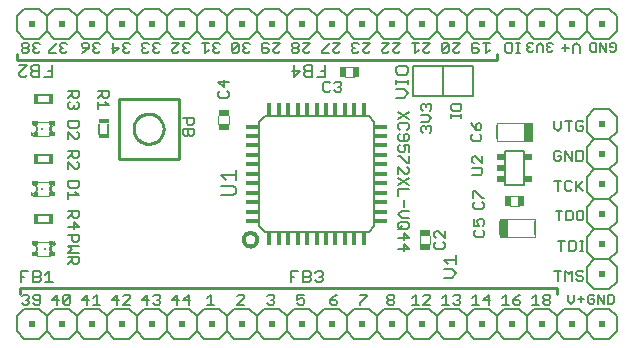
<source format=gto>
G75*
G70*
%OFA0B0*%
%FSLAX24Y24*%
%IPPOS*%
%LPD*%
%AMOC8*
5,1,8,0,0,1.08239X$1,22.5*
%
%ADD10C,0.0050*%
%ADD11C,0.0070*%
%ADD12C,0.0100*%
%ADD13C,0.0080*%
%ADD14C,0.0120*%
%ADD15C,0.0060*%
%ADD16R,0.0200X0.0200*%
%ADD17R,0.0374X0.0197*%
%ADD18R,0.0374X0.0197*%
%ADD19C,0.0040*%
%ADD20R,0.0197X0.0374*%
%ADD21R,0.0197X0.0374*%
%ADD22R,0.0079X0.0472*%
%ADD23R,0.0256X0.0591*%
%ADD24C,0.0086*%
%ADD25R,0.0340X0.0160*%
%ADD26R,0.0197X0.0128*%
%ADD27R,0.0098X0.0059*%
%ADD28R,0.0069X0.0157*%
%ADD29R,0.0079X0.0079*%
%ADD30R,0.0118X0.0118*%
%ADD31R,0.0030X0.0128*%
%ADD32R,0.0160X0.0340*%
%ADD33R,0.0256X0.0197*%
%ADD34R,0.0157X0.0472*%
%ADD35R,0.0472X0.0157*%
%ADD36C,0.0079*%
D10*
X003418Y001786D02*
X003359Y001845D01*
X003418Y001786D02*
X003534Y001786D01*
X003593Y001845D01*
X003593Y001903D01*
X003534Y001961D01*
X003476Y001961D01*
X003534Y001961D02*
X003593Y002020D01*
X003593Y002078D01*
X003534Y002137D01*
X003418Y002137D01*
X003359Y002078D01*
X003728Y002078D02*
X003786Y002137D01*
X003903Y002137D01*
X003961Y002078D01*
X003961Y001845D01*
X003903Y001786D01*
X003786Y001786D01*
X003728Y001845D01*
X003786Y001961D02*
X003961Y001961D01*
X003786Y001961D02*
X003728Y002020D01*
X003728Y002078D01*
X004359Y001961D02*
X004593Y001961D01*
X004728Y001845D02*
X004728Y002078D01*
X004786Y002137D01*
X004903Y002137D01*
X004961Y002078D01*
X004728Y001845D01*
X004786Y001786D01*
X004903Y001786D01*
X004961Y001845D01*
X004961Y002078D01*
X004534Y002137D02*
X004359Y001961D01*
X004534Y001786D02*
X004534Y002137D01*
X005359Y001961D02*
X005593Y001961D01*
X005728Y002020D02*
X005844Y002137D01*
X005844Y001786D01*
X005728Y001786D02*
X005961Y001786D01*
X005534Y001786D02*
X005534Y002137D01*
X005359Y001961D01*
X006359Y001961D02*
X006593Y001961D01*
X006728Y002078D02*
X006786Y002137D01*
X006903Y002137D01*
X006961Y002078D01*
X006961Y002020D01*
X006728Y001786D01*
X006961Y001786D01*
X006534Y001786D02*
X006534Y002137D01*
X006359Y001961D01*
X007359Y001961D02*
X007593Y001961D01*
X007728Y001845D02*
X007786Y001786D01*
X007903Y001786D01*
X007961Y001845D01*
X007961Y001903D01*
X007903Y001961D01*
X007844Y001961D01*
X007903Y001961D02*
X007961Y002020D01*
X007961Y002078D01*
X007903Y002137D01*
X007786Y002137D01*
X007728Y002078D01*
X007534Y002137D02*
X007359Y001961D01*
X007534Y001786D02*
X007534Y002137D01*
X008359Y001961D02*
X008593Y001961D01*
X008728Y001961D02*
X008961Y001961D01*
X008903Y001786D02*
X008903Y002137D01*
X008728Y001961D01*
X008534Y001786D02*
X008534Y002137D01*
X008359Y001961D01*
X009528Y002020D02*
X009644Y002137D01*
X009644Y001786D01*
X009528Y001786D02*
X009761Y001786D01*
X010528Y001786D02*
X010761Y002020D01*
X010761Y002078D01*
X010703Y002137D01*
X010586Y002137D01*
X010528Y002078D01*
X010528Y001786D02*
X010761Y001786D01*
X011528Y001845D02*
X011586Y001786D01*
X011703Y001786D01*
X011761Y001845D01*
X011761Y001903D01*
X011703Y001961D01*
X011644Y001961D01*
X011703Y001961D02*
X011761Y002020D01*
X011761Y002078D01*
X011703Y002137D01*
X011586Y002137D01*
X011528Y002078D01*
X012528Y002137D02*
X012528Y001961D01*
X012644Y002020D01*
X012703Y002020D01*
X012761Y001961D01*
X012761Y001845D01*
X012703Y001786D01*
X012586Y001786D01*
X012528Y001845D01*
X012528Y002137D02*
X012761Y002137D01*
X013628Y001961D02*
X013628Y001845D01*
X013686Y001786D01*
X013803Y001786D01*
X013861Y001845D01*
X013861Y001903D01*
X013803Y001961D01*
X013628Y001961D01*
X013744Y002078D01*
X013861Y002137D01*
X014628Y002137D02*
X014861Y002137D01*
X014861Y002078D01*
X014628Y001845D01*
X014628Y001786D01*
X015528Y001845D02*
X015586Y001786D01*
X015703Y001786D01*
X015761Y001845D01*
X015761Y001903D01*
X015703Y001961D01*
X015586Y001961D01*
X015528Y002020D01*
X015528Y002078D01*
X015586Y002137D01*
X015703Y002137D01*
X015761Y002078D01*
X015761Y002020D01*
X015703Y001961D01*
X015586Y001961D02*
X015528Y001903D01*
X015528Y001845D01*
X016359Y001786D02*
X016593Y001786D01*
X016476Y001786D02*
X016476Y002137D01*
X016359Y002020D01*
X016728Y002078D02*
X016786Y002137D01*
X016903Y002137D01*
X016961Y002078D01*
X016961Y002020D01*
X016728Y001786D01*
X016961Y001786D01*
X017359Y001786D02*
X017593Y001786D01*
X017476Y001786D02*
X017476Y002137D01*
X017359Y002020D01*
X017728Y002078D02*
X017786Y002137D01*
X017903Y002137D01*
X017961Y002078D01*
X017961Y002020D01*
X017903Y001961D01*
X017961Y001903D01*
X017961Y001845D01*
X017903Y001786D01*
X017786Y001786D01*
X017728Y001845D01*
X017844Y001961D02*
X017903Y001961D01*
X018359Y002020D02*
X018476Y002137D01*
X018476Y001786D01*
X018359Y001786D02*
X018593Y001786D01*
X018903Y001786D02*
X018903Y002137D01*
X018728Y001961D01*
X018961Y001961D01*
X019359Y002020D02*
X019476Y002137D01*
X019476Y001786D01*
X019359Y001786D02*
X019593Y001786D01*
X019728Y001845D02*
X019786Y001786D01*
X019903Y001786D01*
X019961Y001845D01*
X019961Y001903D01*
X019903Y001961D01*
X019728Y001961D01*
X019728Y001845D01*
X019728Y001961D02*
X019844Y002078D01*
X019961Y002137D01*
X020359Y002020D02*
X020476Y002137D01*
X020476Y001786D01*
X020359Y001786D02*
X020593Y001786D01*
X020728Y001845D02*
X020728Y001903D01*
X020786Y001961D01*
X020903Y001961D01*
X020961Y001903D01*
X020961Y001845D01*
X020903Y001786D01*
X020786Y001786D01*
X020728Y001845D01*
X020786Y001961D02*
X020728Y002020D01*
X020728Y002078D01*
X020786Y002137D01*
X020903Y002137D01*
X020961Y002078D01*
X020961Y002020D01*
X020903Y001961D01*
X021551Y001936D02*
X021651Y001836D01*
X021751Y001936D01*
X021751Y002136D01*
X021874Y001986D02*
X022074Y001986D01*
X021974Y002086D02*
X021974Y001886D01*
X022229Y001886D02*
X022229Y002086D01*
X022279Y002136D01*
X022379Y002136D01*
X022429Y002086D01*
X022429Y001986D02*
X022329Y001986D01*
X022429Y001986D02*
X022429Y001886D01*
X022379Y001836D01*
X022279Y001836D01*
X022229Y001886D01*
X022551Y001836D02*
X022551Y002136D01*
X022751Y001836D01*
X022751Y002136D01*
X022874Y002136D02*
X023024Y002136D01*
X023074Y002086D01*
X023074Y001886D01*
X023024Y001836D01*
X022874Y001836D01*
X022874Y002136D01*
X022061Y002645D02*
X022003Y002586D01*
X021886Y002586D01*
X021828Y002645D01*
X021886Y002761D02*
X022003Y002761D01*
X022061Y002703D01*
X022061Y002645D01*
X021886Y002761D02*
X021828Y002820D01*
X021828Y002878D01*
X021886Y002937D01*
X022003Y002937D01*
X022061Y002878D01*
X021693Y002937D02*
X021693Y002586D01*
X021459Y002586D02*
X021459Y002937D01*
X021576Y002820D01*
X021693Y002937D01*
X021324Y002937D02*
X021091Y002937D01*
X021208Y002937D02*
X021208Y002586D01*
X021551Y002136D02*
X021551Y001936D01*
X021582Y003586D02*
X021757Y003586D01*
X021816Y003645D01*
X021816Y003878D01*
X021757Y003937D01*
X021582Y003937D01*
X021582Y003586D01*
X021330Y003586D02*
X021330Y003937D01*
X021214Y003937D02*
X021447Y003937D01*
X021950Y003937D02*
X022067Y003937D01*
X022009Y003937D02*
X022009Y003586D01*
X022067Y003586D02*
X021950Y003586D01*
X021901Y004606D02*
X022011Y004606D01*
X022066Y004661D01*
X022066Y004881D01*
X022011Y004937D01*
X021901Y004937D01*
X021846Y004881D01*
X021846Y004661D01*
X021901Y004606D01*
X021716Y004661D02*
X021716Y004881D01*
X021661Y004937D01*
X021496Y004937D01*
X021496Y004606D01*
X021661Y004606D01*
X021716Y004661D01*
X021366Y004937D02*
X021146Y004937D01*
X021256Y004937D02*
X021256Y004606D01*
X021208Y005586D02*
X021208Y005937D01*
X021324Y005937D02*
X021091Y005937D01*
X021459Y005878D02*
X021459Y005645D01*
X021518Y005586D01*
X021634Y005586D01*
X021693Y005645D01*
X021828Y005703D02*
X022061Y005937D01*
X021828Y005937D02*
X021828Y005586D01*
X021886Y005761D02*
X022061Y005586D01*
X021693Y005878D02*
X021634Y005937D01*
X021518Y005937D01*
X021459Y005878D01*
X021459Y006586D02*
X021459Y006937D01*
X021693Y006586D01*
X021693Y006937D01*
X021828Y006937D02*
X022003Y006937D01*
X022061Y006878D01*
X022061Y006645D01*
X022003Y006586D01*
X021828Y006586D01*
X021828Y006937D01*
X021324Y006878D02*
X021266Y006937D01*
X021149Y006937D01*
X021091Y006878D01*
X021091Y006645D01*
X021149Y006586D01*
X021266Y006586D01*
X021324Y006645D01*
X021324Y006761D01*
X021208Y006761D01*
X021208Y007586D02*
X021324Y007703D01*
X021324Y007937D01*
X021459Y007937D02*
X021693Y007937D01*
X021576Y007937D02*
X021576Y007586D01*
X021828Y007645D02*
X021886Y007586D01*
X022003Y007586D01*
X022061Y007645D01*
X022061Y007761D01*
X021944Y007761D01*
X021828Y007878D02*
X021828Y007645D01*
X021828Y007878D02*
X021886Y007937D01*
X022003Y007937D01*
X022061Y007878D01*
X021208Y007586D02*
X021091Y007703D01*
X021091Y007937D01*
X018662Y007800D02*
X018662Y007683D01*
X018604Y007625D01*
X018487Y007625D01*
X018487Y007800D01*
X018545Y007858D01*
X018604Y007858D01*
X018662Y007800D01*
X018487Y007625D02*
X018370Y007741D01*
X018312Y007858D01*
X017996Y008022D02*
X017996Y008139D01*
X017996Y008081D02*
X017646Y008081D01*
X017646Y008139D02*
X017646Y008022D01*
X017704Y008268D02*
X017938Y008268D01*
X017996Y008326D01*
X017996Y008443D01*
X017938Y008501D01*
X017704Y008501D01*
X017646Y008443D01*
X017646Y008326D01*
X017704Y008268D01*
X017371Y008761D02*
X017371Y009761D01*
X018371Y009761D01*
X018371Y008761D01*
X017371Y008761D01*
X016371Y008761D01*
X016371Y009761D01*
X017371Y009761D01*
X017402Y010186D02*
X017344Y010244D01*
X017578Y010478D01*
X017519Y010536D01*
X017402Y010536D01*
X017344Y010478D01*
X017344Y010244D01*
X017402Y010186D02*
X017519Y010186D01*
X017578Y010244D01*
X017578Y010478D01*
X017712Y010536D02*
X017946Y010536D01*
X017712Y010303D01*
X017712Y010244D01*
X017771Y010186D01*
X017888Y010186D01*
X017946Y010244D01*
X018344Y010244D02*
X018344Y010478D01*
X018402Y010536D01*
X018519Y010536D01*
X018578Y010478D01*
X018519Y010361D02*
X018344Y010361D01*
X018344Y010244D02*
X018402Y010186D01*
X018519Y010186D01*
X018578Y010244D01*
X018578Y010303D01*
X018519Y010361D01*
X018712Y010536D02*
X018946Y010536D01*
X018829Y010536D02*
X018829Y010186D01*
X018946Y010303D01*
X019467Y010244D02*
X019525Y010186D01*
X019642Y010186D01*
X019700Y010244D01*
X019700Y010478D01*
X019642Y010536D01*
X019525Y010536D01*
X019467Y010478D01*
X019467Y010244D01*
X019829Y010186D02*
X019946Y010186D01*
X019888Y010186D02*
X019888Y010536D01*
X019946Y010536D02*
X019829Y010536D01*
X020201Y010486D02*
X020251Y010536D01*
X020351Y010536D01*
X020401Y010486D01*
X020523Y010436D02*
X020523Y010236D01*
X020401Y010286D02*
X020351Y010236D01*
X020251Y010236D01*
X020201Y010286D01*
X020201Y010336D01*
X020251Y010386D01*
X020201Y010436D01*
X020201Y010486D01*
X020251Y010386D02*
X020301Y010386D01*
X020523Y010436D02*
X020624Y010536D01*
X020724Y010436D01*
X020724Y010236D01*
X020846Y010286D02*
X020846Y010336D01*
X020896Y010386D01*
X020846Y010436D01*
X020846Y010486D01*
X020896Y010536D01*
X020996Y010536D01*
X021046Y010486D01*
X020946Y010386D02*
X020896Y010386D01*
X020846Y010286D02*
X020896Y010236D01*
X020996Y010236D01*
X021046Y010286D01*
X021344Y010361D02*
X021578Y010361D01*
X021712Y010420D02*
X021829Y010536D01*
X021946Y010420D01*
X021946Y010186D01*
X021712Y010186D02*
X021712Y010420D01*
X021461Y010478D02*
X021461Y010244D01*
X022301Y010286D02*
X022351Y010236D01*
X022501Y010236D01*
X022501Y010536D01*
X022351Y010536D01*
X022301Y010486D01*
X022301Y010286D01*
X022623Y010236D02*
X022623Y010536D01*
X022824Y010236D01*
X022824Y010536D01*
X022946Y010486D02*
X022946Y010386D01*
X023046Y010386D01*
X023146Y010286D02*
X023096Y010236D01*
X022996Y010236D01*
X022946Y010286D01*
X023146Y010286D02*
X023146Y010486D01*
X023096Y010536D01*
X022996Y010536D01*
X022946Y010486D01*
X018662Y007431D02*
X018604Y007490D01*
X018662Y007431D02*
X018662Y007315D01*
X018604Y007256D01*
X018370Y007256D01*
X018312Y007315D01*
X018312Y007431D01*
X018370Y007490D01*
X018404Y006738D02*
X018346Y006680D01*
X018346Y006563D01*
X018404Y006505D01*
X018346Y006370D02*
X018638Y006370D01*
X018696Y006311D01*
X018696Y006195D01*
X018638Y006136D01*
X018346Y006136D01*
X018696Y006505D02*
X018462Y006738D01*
X018404Y006738D01*
X018696Y006738D02*
X018696Y006505D01*
X018454Y005588D02*
X018688Y005355D01*
X018746Y005355D01*
X018688Y005220D02*
X018746Y005161D01*
X018746Y005045D01*
X018688Y004986D01*
X018454Y004986D01*
X018396Y005045D01*
X018396Y005161D01*
X018454Y005220D01*
X018396Y005355D02*
X018396Y005588D01*
X018454Y005588D01*
X018412Y004658D02*
X018412Y004425D01*
X018587Y004425D01*
X018529Y004541D01*
X018529Y004600D01*
X018587Y004658D01*
X018704Y004658D01*
X018762Y004600D01*
X018762Y004483D01*
X018704Y004425D01*
X018704Y004290D02*
X018762Y004231D01*
X018762Y004115D01*
X018704Y004056D01*
X018470Y004056D01*
X018412Y004115D01*
X018412Y004231D01*
X018470Y004290D01*
X017446Y004251D02*
X017446Y004018D01*
X017212Y004251D01*
X017154Y004251D01*
X017096Y004193D01*
X017096Y004076D01*
X017154Y004018D01*
X017154Y003883D02*
X017096Y003825D01*
X017096Y003708D01*
X017154Y003650D01*
X017388Y003650D01*
X017446Y003708D01*
X017446Y003825D01*
X017388Y003883D01*
X016246Y004010D02*
X016071Y004185D01*
X016071Y003951D01*
X016071Y003817D02*
X016071Y003583D01*
X015896Y003641D02*
X016246Y003641D01*
X016071Y003817D01*
X015896Y004010D02*
X016246Y004010D01*
X016188Y004320D02*
X015954Y004320D01*
X015896Y004378D01*
X015896Y004495D01*
X015954Y004553D01*
X016188Y004553D01*
X016246Y004495D01*
X016246Y004378D01*
X016188Y004320D01*
X016013Y004436D02*
X015896Y004320D01*
X016013Y004688D02*
X016246Y004688D01*
X016013Y004688D02*
X015896Y004805D01*
X016013Y004921D01*
X016246Y004921D01*
X016071Y005056D02*
X016071Y005290D01*
X015896Y005425D02*
X015896Y005658D01*
X016246Y005658D01*
X016246Y005793D02*
X015896Y006026D01*
X015896Y006161D02*
X015896Y006395D01*
X016129Y006161D01*
X016188Y006161D01*
X016246Y006220D01*
X016246Y006336D01*
X016188Y006395D01*
X016188Y006530D02*
X015954Y006763D01*
X015896Y006763D01*
X015954Y006898D02*
X015896Y006956D01*
X015896Y007073D01*
X015954Y007131D01*
X016071Y007131D02*
X016129Y007015D01*
X016129Y006956D01*
X016071Y006898D01*
X015954Y006898D01*
X016071Y007131D02*
X016246Y007131D01*
X016246Y006898D01*
X016246Y006763D02*
X016246Y006530D01*
X016188Y006530D01*
X016246Y006026D02*
X015896Y005793D01*
X015954Y007266D02*
X016188Y007266D01*
X016246Y007325D01*
X016246Y007441D01*
X016188Y007500D01*
X016129Y007500D01*
X016071Y007441D01*
X016071Y007266D01*
X015954Y007266D02*
X015896Y007325D01*
X015896Y007441D01*
X015954Y007500D01*
X015954Y007634D02*
X015896Y007693D01*
X015896Y007810D01*
X015954Y007868D01*
X016188Y007868D01*
X016246Y007810D01*
X016246Y007693D01*
X016188Y007634D01*
X016646Y007590D02*
X016646Y007706D01*
X016704Y007765D01*
X016762Y007765D01*
X016821Y007706D01*
X016879Y007765D01*
X016938Y007765D01*
X016996Y007706D01*
X016996Y007590D01*
X016938Y007531D01*
X016821Y007648D02*
X016821Y007706D01*
X016879Y007900D02*
X016646Y007900D01*
X016879Y007900D02*
X016996Y008016D01*
X016879Y008133D01*
X016646Y008133D01*
X016704Y008268D02*
X016646Y008326D01*
X016646Y008443D01*
X016704Y008501D01*
X016762Y008501D01*
X016821Y008443D01*
X016879Y008501D01*
X016938Y008501D01*
X016996Y008443D01*
X016996Y008326D01*
X016938Y008268D01*
X016821Y008385D02*
X016821Y008443D01*
X016246Y008236D02*
X015896Y008003D01*
X015896Y008236D02*
X016246Y008003D01*
X016646Y007590D02*
X016704Y007531D01*
X013998Y008945D02*
X013939Y008886D01*
X013823Y008886D01*
X013764Y008945D01*
X013629Y008945D02*
X013571Y008886D01*
X013454Y008886D01*
X013396Y008945D01*
X013396Y009178D01*
X013454Y009237D01*
X013571Y009237D01*
X013629Y009178D01*
X013764Y009178D02*
X013823Y009237D01*
X013939Y009237D01*
X013998Y009178D01*
X013998Y009120D01*
X013939Y009061D01*
X013998Y009003D01*
X013998Y008945D01*
X013939Y009061D02*
X013881Y009061D01*
X013888Y010186D02*
X013771Y010186D01*
X013712Y010244D01*
X013712Y010303D01*
X013946Y010536D01*
X013712Y010536D01*
X013578Y010536D02*
X013578Y010478D01*
X013344Y010244D01*
X013344Y010186D01*
X013578Y010186D01*
X013888Y010186D02*
X013946Y010244D01*
X014344Y010244D02*
X014402Y010186D01*
X014519Y010186D01*
X014578Y010244D01*
X014712Y010244D02*
X014771Y010186D01*
X014888Y010186D01*
X014946Y010244D01*
X014712Y010244D02*
X014712Y010303D01*
X014946Y010536D01*
X014712Y010536D01*
X014578Y010478D02*
X014519Y010536D01*
X014402Y010536D01*
X014344Y010478D01*
X014344Y010420D01*
X014402Y010361D01*
X014461Y010361D01*
X014402Y010361D02*
X014344Y010303D01*
X014344Y010244D01*
X015344Y010244D02*
X015402Y010186D01*
X015519Y010186D01*
X015578Y010244D01*
X015712Y010244D02*
X015771Y010186D01*
X015888Y010186D01*
X015946Y010244D01*
X015712Y010244D02*
X015712Y010303D01*
X015946Y010536D01*
X015712Y010536D01*
X015578Y010536D02*
X015344Y010303D01*
X015344Y010244D01*
X015344Y010536D02*
X015578Y010536D01*
X016344Y010536D02*
X016578Y010536D01*
X016461Y010536D02*
X016461Y010186D01*
X016578Y010303D01*
X016712Y010303D02*
X016712Y010244D01*
X016771Y010186D01*
X016888Y010186D01*
X016946Y010244D01*
X016712Y010303D02*
X016946Y010536D01*
X016712Y010536D01*
X012946Y010536D02*
X012712Y010303D01*
X012712Y010244D01*
X012771Y010186D01*
X012888Y010186D01*
X012946Y010244D01*
X012946Y010536D02*
X012712Y010536D01*
X012578Y010478D02*
X012578Y010420D01*
X012519Y010361D01*
X012402Y010361D01*
X012344Y010420D01*
X012344Y010478D01*
X012402Y010536D01*
X012519Y010536D01*
X012578Y010478D01*
X012519Y010361D02*
X012578Y010303D01*
X012578Y010244D01*
X012519Y010186D01*
X012402Y010186D01*
X012344Y010244D01*
X012344Y010303D01*
X012402Y010361D01*
X011946Y010244D02*
X011888Y010186D01*
X011771Y010186D01*
X011712Y010244D01*
X011712Y010303D01*
X011946Y010536D01*
X011712Y010536D01*
X011578Y010478D02*
X011519Y010536D01*
X011402Y010536D01*
X011344Y010478D01*
X011344Y010244D01*
X011402Y010186D01*
X011519Y010186D01*
X011578Y010244D01*
X011578Y010303D01*
X011519Y010361D01*
X011344Y010361D01*
X010946Y010244D02*
X010888Y010186D01*
X010771Y010186D01*
X010712Y010244D01*
X010712Y010303D01*
X010771Y010361D01*
X010712Y010420D01*
X010712Y010478D01*
X010771Y010536D01*
X010888Y010536D01*
X010946Y010478D01*
X010829Y010361D02*
X010771Y010361D01*
X010578Y010244D02*
X010519Y010186D01*
X010402Y010186D01*
X010344Y010244D01*
X010578Y010478D01*
X010519Y010536D01*
X010402Y010536D01*
X010344Y010478D01*
X010344Y010244D01*
X010578Y010244D02*
X010578Y010478D01*
X009946Y010478D02*
X009888Y010536D01*
X009771Y010536D01*
X009712Y010478D01*
X009712Y010420D01*
X009771Y010361D01*
X009829Y010361D01*
X009771Y010361D02*
X009712Y010303D01*
X009712Y010244D01*
X009771Y010186D01*
X009888Y010186D01*
X009946Y010244D01*
X009578Y010303D02*
X009461Y010186D01*
X009461Y010536D01*
X009578Y010536D02*
X009344Y010536D01*
X008946Y010478D02*
X008888Y010536D01*
X008771Y010536D01*
X008712Y010478D01*
X008712Y010420D01*
X008771Y010361D01*
X008829Y010361D01*
X008771Y010361D02*
X008712Y010303D01*
X008712Y010244D01*
X008771Y010186D01*
X008888Y010186D01*
X008946Y010244D01*
X008578Y010244D02*
X008519Y010186D01*
X008402Y010186D01*
X008344Y010244D01*
X008344Y010303D01*
X008578Y010536D01*
X008344Y010536D01*
X007946Y010478D02*
X007888Y010536D01*
X007771Y010536D01*
X007712Y010478D01*
X007712Y010420D01*
X007771Y010361D01*
X007829Y010361D01*
X007771Y010361D02*
X007712Y010303D01*
X007712Y010244D01*
X007771Y010186D01*
X007888Y010186D01*
X007946Y010244D01*
X007578Y010244D02*
X007519Y010186D01*
X007402Y010186D01*
X007344Y010244D01*
X007344Y010303D01*
X007402Y010361D01*
X007344Y010420D01*
X007344Y010478D01*
X007402Y010536D01*
X007519Y010536D01*
X007578Y010478D01*
X007461Y010361D02*
X007402Y010361D01*
X006946Y010244D02*
X006888Y010186D01*
X006771Y010186D01*
X006712Y010244D01*
X006712Y010303D01*
X006771Y010361D01*
X006712Y010420D01*
X006712Y010478D01*
X006771Y010536D01*
X006888Y010536D01*
X006946Y010478D01*
X006829Y010361D02*
X006771Y010361D01*
X006578Y010361D02*
X006344Y010361D01*
X006402Y010536D02*
X006402Y010186D01*
X006578Y010361D01*
X005946Y010244D02*
X005888Y010186D01*
X005771Y010186D01*
X005712Y010244D01*
X005712Y010303D01*
X005771Y010361D01*
X005712Y010420D01*
X005712Y010478D01*
X005771Y010536D01*
X005888Y010536D01*
X005946Y010478D01*
X005829Y010361D02*
X005771Y010361D01*
X005578Y010361D02*
X005402Y010361D01*
X005344Y010420D01*
X005344Y010478D01*
X005402Y010536D01*
X005519Y010536D01*
X005578Y010478D01*
X005578Y010361D01*
X005461Y010244D01*
X005344Y010186D01*
X004846Y010244D02*
X004788Y010186D01*
X004671Y010186D01*
X004612Y010244D01*
X004612Y010303D01*
X004671Y010361D01*
X004612Y010420D01*
X004612Y010478D01*
X004671Y010536D01*
X004788Y010536D01*
X004846Y010478D01*
X004729Y010361D02*
X004671Y010361D01*
X004478Y010478D02*
X004478Y010536D01*
X004478Y010478D02*
X004244Y010244D01*
X004244Y010186D01*
X004478Y010186D01*
X003946Y010244D02*
X003888Y010186D01*
X003771Y010186D01*
X003712Y010244D01*
X003712Y010303D01*
X003771Y010361D01*
X003712Y010420D01*
X003712Y010478D01*
X003771Y010536D01*
X003888Y010536D01*
X003946Y010478D01*
X003829Y010361D02*
X003771Y010361D01*
X003578Y010303D02*
X003578Y010244D01*
X003519Y010186D01*
X003402Y010186D01*
X003344Y010244D01*
X003344Y010303D01*
X003402Y010361D01*
X003519Y010361D01*
X003578Y010303D01*
X003519Y010361D02*
X003578Y010420D01*
X003578Y010478D01*
X003519Y010536D01*
X003402Y010536D01*
X003344Y010478D01*
X003344Y010420D01*
X003402Y010361D01*
X004896Y008936D02*
X005246Y008936D01*
X005246Y008761D01*
X005188Y008703D01*
X005071Y008703D01*
X005013Y008761D01*
X005013Y008936D01*
X005013Y008820D02*
X004896Y008703D01*
X004954Y008568D02*
X004896Y008510D01*
X004896Y008393D01*
X004954Y008334D01*
X005013Y008334D01*
X005071Y008393D01*
X005071Y008451D01*
X005071Y008393D02*
X005129Y008334D01*
X005188Y008334D01*
X005246Y008393D01*
X005246Y008510D01*
X005188Y008568D01*
X005896Y008568D02*
X005896Y008334D01*
X005896Y008451D02*
X006246Y008451D01*
X006129Y008568D01*
X006071Y008703D02*
X006013Y008761D01*
X006013Y008936D01*
X006013Y008820D02*
X005896Y008703D01*
X006071Y008703D02*
X006188Y008703D01*
X006246Y008761D01*
X006246Y008936D01*
X005896Y008936D01*
X005246Y007936D02*
X004896Y007936D01*
X004896Y007761D01*
X004954Y007703D01*
X005188Y007703D01*
X005246Y007761D01*
X005246Y007936D01*
X005188Y007568D02*
X005246Y007510D01*
X005246Y007393D01*
X005188Y007334D01*
X005129Y007334D01*
X004896Y007568D01*
X004896Y007334D01*
X004896Y006936D02*
X005246Y006936D01*
X005246Y006761D01*
X005188Y006703D01*
X005071Y006703D01*
X005013Y006761D01*
X005013Y006936D01*
X005013Y006820D02*
X004896Y006703D01*
X004896Y006568D02*
X005129Y006334D01*
X005188Y006334D01*
X005246Y006393D01*
X005246Y006510D01*
X005188Y006568D01*
X004896Y006568D02*
X004896Y006334D01*
X004896Y005936D02*
X004896Y005761D01*
X004954Y005703D01*
X005188Y005703D01*
X005246Y005761D01*
X005246Y005936D01*
X004896Y005936D01*
X004896Y005568D02*
X004896Y005334D01*
X004896Y005451D02*
X005246Y005451D01*
X005129Y005568D01*
X005013Y004936D02*
X005013Y004761D01*
X005071Y004703D01*
X005188Y004703D01*
X005246Y004761D01*
X005246Y004936D01*
X004896Y004936D01*
X005013Y004820D02*
X004896Y004703D01*
X005071Y004568D02*
X005071Y004334D01*
X004896Y004393D02*
X005246Y004393D01*
X005071Y004568D01*
X005013Y004136D02*
X005013Y003961D01*
X005071Y003903D01*
X005188Y003903D01*
X005246Y003961D01*
X005246Y004136D01*
X004896Y004136D01*
X004896Y003768D02*
X005013Y003651D01*
X004896Y003534D01*
X005246Y003534D01*
X005246Y003400D02*
X005246Y003225D01*
X005188Y003166D01*
X005071Y003166D01*
X005013Y003225D01*
X005013Y003400D01*
X005013Y003283D02*
X004896Y003166D01*
X004896Y003400D02*
X005246Y003400D01*
X005246Y003768D02*
X004896Y003768D01*
X008721Y007493D02*
X008721Y007668D01*
X009071Y007668D01*
X009071Y007493D01*
X009013Y007434D01*
X008954Y007434D01*
X008896Y007493D01*
X008896Y007668D01*
X008896Y007803D02*
X008838Y007861D01*
X008838Y008036D01*
X008721Y008036D02*
X009071Y008036D01*
X009071Y007861D01*
X009013Y007803D01*
X008896Y007803D01*
X008896Y007493D02*
X008838Y007434D01*
X008779Y007434D01*
X008721Y007493D01*
X009954Y008686D02*
X010188Y008686D01*
X010246Y008745D01*
X010246Y008861D01*
X010188Y008920D01*
X010071Y009055D02*
X010071Y009288D01*
X010246Y009230D02*
X009896Y009230D01*
X010071Y009055D01*
X009954Y008920D02*
X009896Y008861D01*
X009896Y008745D01*
X009954Y008686D01*
D11*
X012354Y009586D02*
X012607Y009586D01*
X012417Y009396D01*
X012417Y009776D01*
X012768Y009713D02*
X012768Y009649D01*
X012831Y009586D01*
X013022Y009586D01*
X013022Y009396D02*
X012831Y009396D01*
X012768Y009459D01*
X012768Y009523D01*
X012831Y009586D01*
X012768Y009713D02*
X012831Y009776D01*
X013022Y009776D01*
X013022Y009396D01*
X013182Y009396D02*
X013436Y009396D01*
X013436Y009776D01*
X013436Y009586D02*
X013309Y009586D01*
X004336Y009586D02*
X004209Y009586D01*
X004336Y009396D02*
X004082Y009396D01*
X003922Y009396D02*
X003731Y009396D01*
X003668Y009459D01*
X003668Y009523D01*
X003731Y009586D01*
X003922Y009586D01*
X003922Y009776D02*
X003922Y009396D01*
X003731Y009586D02*
X003668Y009649D01*
X003668Y009713D01*
X003731Y009776D01*
X003922Y009776D01*
X004336Y009776D02*
X004336Y009396D01*
X003507Y009459D02*
X003444Y009396D01*
X003317Y009396D01*
X003254Y009459D01*
X003254Y009523D01*
X003507Y009776D01*
X003254Y009776D01*
X003306Y002927D02*
X003559Y002927D01*
X003720Y002927D02*
X003910Y002927D01*
X003974Y002863D01*
X003974Y002800D01*
X003910Y002736D01*
X003720Y002736D01*
X003720Y002546D02*
X003910Y002546D01*
X003974Y002610D01*
X003974Y002673D01*
X003910Y002736D01*
X004135Y002800D02*
X004261Y002927D01*
X004261Y002546D01*
X004135Y002546D02*
X004388Y002546D01*
X003720Y002546D02*
X003720Y002927D01*
X003433Y002736D02*
X003306Y002736D01*
X003306Y002546D02*
X003306Y002927D01*
X012306Y002927D02*
X012306Y002546D01*
X012306Y002736D02*
X012433Y002736D01*
X012559Y002927D02*
X012306Y002927D01*
X012720Y002927D02*
X012720Y002546D01*
X012910Y002546D01*
X012974Y002610D01*
X012974Y002673D01*
X012910Y002736D01*
X012720Y002736D01*
X012910Y002736D02*
X012974Y002800D01*
X012974Y002863D01*
X012910Y002927D01*
X012720Y002927D01*
X013135Y002863D02*
X013198Y002927D01*
X013325Y002927D01*
X013388Y002863D01*
X013388Y002800D01*
X013325Y002736D01*
X013388Y002673D01*
X013388Y002610D01*
X013325Y002546D01*
X013198Y002546D01*
X013135Y002610D01*
X013261Y002736D02*
X013325Y002736D01*
D12*
X021171Y002361D02*
X021171Y002161D01*
X021171Y002361D02*
X003271Y002361D01*
X003271Y002161D01*
X003171Y009961D02*
X019171Y009961D01*
X019171Y010161D01*
X003171Y010161D02*
X003171Y009961D01*
D13*
X015811Y009679D02*
X015811Y009539D01*
X015881Y009469D01*
X016161Y009469D01*
X016231Y009539D01*
X016231Y009679D01*
X016161Y009749D01*
X015881Y009749D01*
X015811Y009679D01*
X015811Y009302D02*
X015811Y009162D01*
X015811Y009232D02*
X016231Y009232D01*
X016231Y009162D02*
X016231Y009302D01*
X016091Y008981D02*
X015811Y008981D01*
X016091Y008981D02*
X016231Y008841D01*
X016091Y008701D01*
X015811Y008701D01*
X017831Y003442D02*
X017831Y003162D01*
X017831Y003302D02*
X017411Y003302D01*
X017551Y003162D01*
X017691Y002981D02*
X017411Y002981D01*
X017691Y002981D02*
X017831Y002841D01*
X017691Y002701D01*
X017411Y002701D01*
D14*
X010747Y003961D02*
X010749Y003990D01*
X010755Y004019D01*
X010764Y004047D01*
X010777Y004073D01*
X010793Y004097D01*
X010813Y004119D01*
X010835Y004139D01*
X010859Y004155D01*
X010885Y004168D01*
X010913Y004177D01*
X010942Y004183D01*
X010971Y004185D01*
X011000Y004183D01*
X011029Y004177D01*
X011057Y004168D01*
X011083Y004155D01*
X011107Y004139D01*
X011129Y004119D01*
X011149Y004097D01*
X011165Y004073D01*
X011178Y004047D01*
X011187Y004019D01*
X011193Y003990D01*
X011195Y003961D01*
X011193Y003932D01*
X011187Y003903D01*
X011178Y003875D01*
X011165Y003849D01*
X011149Y003825D01*
X011129Y003803D01*
X011107Y003783D01*
X011083Y003767D01*
X011057Y003754D01*
X011029Y003745D01*
X011000Y003739D01*
X010971Y003737D01*
X010942Y003739D01*
X010913Y003745D01*
X010885Y003754D01*
X010859Y003767D01*
X010835Y003783D01*
X010813Y003803D01*
X010793Y003825D01*
X010777Y003849D01*
X010764Y003875D01*
X010755Y003903D01*
X010749Y003932D01*
X010747Y003961D01*
D15*
X003421Y000661D02*
X003171Y000911D01*
X003171Y001411D01*
X003421Y001661D01*
X003921Y001661D01*
X004171Y001411D01*
X004421Y001661D01*
X004921Y001661D01*
X005171Y001411D01*
X005171Y000911D01*
X004921Y000661D01*
X004421Y000661D01*
X004171Y000911D01*
X003921Y000661D01*
X003421Y000661D01*
X004171Y000911D02*
X004171Y001411D01*
X005171Y001411D02*
X005421Y001661D01*
X005921Y001661D01*
X006171Y001411D01*
X006421Y001661D01*
X006921Y001661D01*
X007171Y001411D01*
X007421Y001661D01*
X007921Y001661D01*
X008171Y001411D01*
X008171Y000911D01*
X007921Y000661D01*
X007421Y000661D01*
X007171Y000911D01*
X006921Y000661D01*
X006421Y000661D01*
X006171Y000911D01*
X005921Y000661D01*
X005421Y000661D01*
X005171Y000911D01*
X006171Y000911D02*
X006171Y001411D01*
X007171Y001411D02*
X007171Y000911D01*
X008171Y000911D02*
X008421Y000661D01*
X008921Y000661D01*
X009171Y000911D01*
X009421Y000661D01*
X009921Y000661D01*
X010171Y000911D01*
X010421Y000661D01*
X010921Y000661D01*
X011171Y000911D01*
X011171Y001411D01*
X010921Y001661D01*
X010421Y001661D01*
X010171Y001411D01*
X010171Y000911D01*
X010171Y001411D02*
X009921Y001661D01*
X009421Y001661D01*
X009171Y001411D01*
X009171Y000911D01*
X009171Y001411D02*
X008921Y001661D01*
X008421Y001661D01*
X008171Y001411D01*
X011171Y001411D02*
X011421Y001661D01*
X011921Y001661D01*
X012171Y001411D01*
X012421Y001661D01*
X012921Y001661D01*
X013171Y001411D01*
X013421Y001661D01*
X013921Y001661D01*
X014171Y001411D01*
X014171Y000911D01*
X013921Y000661D01*
X013421Y000661D01*
X013171Y000911D01*
X012921Y000661D01*
X012421Y000661D01*
X012171Y000911D01*
X011921Y000661D01*
X011421Y000661D01*
X011171Y000911D01*
X012171Y000911D02*
X012171Y001411D01*
X013171Y001411D02*
X013171Y000911D01*
X014171Y000911D02*
X014421Y000661D01*
X014921Y000661D01*
X015171Y000911D01*
X015421Y000661D01*
X015921Y000661D01*
X016171Y000911D01*
X016421Y000661D01*
X016921Y000661D01*
X017171Y000911D01*
X017171Y001411D01*
X016921Y001661D01*
X016421Y001661D01*
X016171Y001411D01*
X016171Y000911D01*
X016171Y001411D02*
X015921Y001661D01*
X015421Y001661D01*
X015171Y001411D01*
X015171Y000911D01*
X015171Y001411D02*
X014921Y001661D01*
X014421Y001661D01*
X014171Y001411D01*
X017171Y001411D02*
X017421Y001661D01*
X017921Y001661D01*
X018171Y001411D01*
X018421Y001661D01*
X018921Y001661D01*
X019171Y001411D01*
X019421Y001661D01*
X019921Y001661D01*
X020171Y001411D01*
X020171Y000911D01*
X019921Y000661D01*
X019421Y000661D01*
X019171Y000911D01*
X018921Y000661D01*
X018421Y000661D01*
X018171Y000911D01*
X017921Y000661D01*
X017421Y000661D01*
X017171Y000911D01*
X018171Y000911D02*
X018171Y001411D01*
X019171Y001411D02*
X019171Y000911D01*
X020171Y000911D02*
X020421Y000661D01*
X020921Y000661D01*
X021171Y000911D01*
X021421Y000661D01*
X021921Y000661D01*
X022171Y000911D01*
X022421Y000661D01*
X022921Y000661D01*
X023171Y000911D01*
X023171Y001411D01*
X022921Y001661D01*
X022421Y001661D01*
X022171Y001411D01*
X022171Y000911D01*
X022171Y001411D02*
X021921Y001661D01*
X021421Y001661D01*
X021171Y001411D01*
X021171Y000911D01*
X021171Y001411D02*
X020921Y001661D01*
X020421Y001661D01*
X020171Y001411D01*
X022171Y002561D02*
X022421Y002311D01*
X022921Y002311D01*
X023171Y002561D01*
X023171Y003061D01*
X022921Y003311D01*
X023171Y003561D01*
X023171Y004061D01*
X022921Y004311D01*
X022421Y004311D01*
X022171Y004061D01*
X022171Y003561D01*
X022421Y003311D01*
X022921Y003311D01*
X022421Y003311D02*
X022171Y003061D01*
X022171Y002561D01*
X022421Y004311D02*
X022171Y004561D01*
X022171Y005061D01*
X022421Y005311D01*
X022171Y005561D01*
X022171Y006061D01*
X022421Y006311D01*
X022171Y006561D01*
X022171Y007061D01*
X022421Y007311D01*
X022171Y007561D01*
X022171Y008061D01*
X022421Y008311D01*
X022921Y008311D01*
X023171Y008061D01*
X023171Y007561D01*
X022921Y007311D01*
X023171Y007061D01*
X023171Y006561D01*
X022921Y006311D01*
X023171Y006061D01*
X023171Y005561D01*
X022921Y005311D01*
X023171Y005061D01*
X023171Y004561D01*
X022921Y004311D01*
X022921Y005311D02*
X022421Y005311D01*
X022421Y006311D02*
X022921Y006311D01*
X022921Y007311D02*
X022421Y007311D01*
X020090Y006921D02*
X020090Y006884D01*
X020090Y006921D02*
X020090Y005801D01*
X020090Y005838D01*
X020090Y005801D02*
X019452Y005801D01*
X019452Y005838D01*
X019452Y005801D02*
X019452Y006921D01*
X019452Y006884D01*
X019452Y006921D02*
X020090Y006921D01*
X020090Y006567D02*
X020090Y006156D01*
X019452Y006156D02*
X019452Y006193D01*
X019452Y006530D02*
X019452Y006567D01*
X019421Y010661D02*
X019171Y010911D01*
X018921Y010661D01*
X018421Y010661D01*
X018171Y010911D01*
X017921Y010661D01*
X017421Y010661D01*
X017171Y010911D01*
X016921Y010661D01*
X016421Y010661D01*
X016171Y010911D01*
X015921Y010661D01*
X015421Y010661D01*
X015171Y010911D01*
X014921Y010661D01*
X014421Y010661D01*
X014171Y010911D01*
X013921Y010661D01*
X013421Y010661D01*
X013171Y010911D01*
X012921Y010661D01*
X012421Y010661D01*
X012171Y010911D01*
X011921Y010661D01*
X011421Y010661D01*
X011171Y010911D01*
X010921Y010661D01*
X010421Y010661D01*
X010171Y010911D01*
X009921Y010661D01*
X009421Y010661D01*
X009171Y010911D01*
X008921Y010661D01*
X008421Y010661D01*
X008171Y010911D01*
X007921Y010661D01*
X007421Y010661D01*
X007171Y010911D01*
X006921Y010661D01*
X006421Y010661D01*
X006171Y010911D01*
X005921Y010661D01*
X005421Y010661D01*
X005171Y010911D01*
X004921Y010661D01*
X004421Y010661D01*
X004171Y010911D01*
X003921Y010661D01*
X003421Y010661D01*
X003171Y010911D01*
X003171Y011411D01*
X003421Y011661D01*
X003921Y011661D01*
X004171Y011411D01*
X004421Y011661D01*
X004921Y011661D01*
X005171Y011411D01*
X005171Y010911D01*
X005171Y011411D02*
X005421Y011661D01*
X005921Y011661D01*
X006171Y011411D01*
X006421Y011661D01*
X006921Y011661D01*
X007171Y011411D01*
X007421Y011661D01*
X007921Y011661D01*
X008171Y011411D01*
X008171Y010911D01*
X008171Y011411D02*
X008421Y011661D01*
X008921Y011661D01*
X009171Y011411D01*
X009421Y011661D01*
X009921Y011661D01*
X010171Y011411D01*
X010421Y011661D01*
X010921Y011661D01*
X011171Y011411D01*
X011171Y010911D01*
X011171Y011411D02*
X011421Y011661D01*
X011921Y011661D01*
X012171Y011411D01*
X012421Y011661D01*
X012921Y011661D01*
X013171Y011411D01*
X013421Y011661D01*
X013921Y011661D01*
X014171Y011411D01*
X014171Y010911D01*
X014171Y011411D02*
X014421Y011661D01*
X014921Y011661D01*
X015171Y011411D01*
X015421Y011661D01*
X015921Y011661D01*
X016171Y011411D01*
X016421Y011661D01*
X016921Y011661D01*
X017171Y011411D01*
X017171Y010911D01*
X017171Y011411D02*
X017421Y011661D01*
X017921Y011661D01*
X018171Y011411D01*
X018421Y011661D01*
X018921Y011661D01*
X019171Y011411D01*
X019421Y011661D01*
X019921Y011661D01*
X020171Y011411D01*
X020171Y010911D01*
X019921Y010661D01*
X019421Y010661D01*
X019171Y010911D02*
X019171Y011411D01*
X020171Y011411D02*
X020421Y011661D01*
X020921Y011661D01*
X021171Y011411D01*
X021421Y011661D01*
X021921Y011661D01*
X022171Y011411D01*
X022421Y011661D01*
X022921Y011661D01*
X023171Y011411D01*
X023171Y010911D01*
X022921Y010661D01*
X022421Y010661D01*
X022171Y010911D01*
X021921Y010661D01*
X021421Y010661D01*
X021171Y010911D01*
X020921Y010661D01*
X020421Y010661D01*
X020171Y010911D01*
X021171Y010911D02*
X021171Y011411D01*
X022171Y011411D02*
X022171Y010911D01*
X018171Y010911D02*
X018171Y011411D01*
X016171Y011411D02*
X016171Y010911D01*
X015171Y010911D02*
X015171Y011411D01*
X013171Y011411D02*
X013171Y010911D01*
X012171Y010911D02*
X012171Y011411D01*
X010171Y011411D02*
X010171Y010911D01*
X009171Y010911D02*
X009171Y011411D01*
X007171Y011411D02*
X007171Y010911D01*
X006171Y010911D02*
X006171Y011411D01*
X004171Y011411D02*
X004171Y010911D01*
X004241Y008801D02*
X003901Y008801D01*
X003901Y008521D02*
X004241Y008521D01*
X005931Y007831D02*
X005931Y007491D01*
X006211Y007491D02*
X006211Y007831D01*
X004241Y006801D02*
X003901Y006801D01*
X003901Y006521D02*
X004241Y006521D01*
X004241Y004801D02*
X003901Y004801D01*
X003901Y004521D02*
X004241Y004521D01*
X009990Y005441D02*
X010399Y005441D01*
X010481Y005523D01*
X010481Y005686D01*
X010399Y005768D01*
X009990Y005768D01*
X010154Y005948D02*
X009990Y006111D01*
X010481Y006111D01*
X010481Y005948D02*
X010481Y006275D01*
D16*
X010671Y011161D03*
X011671Y011161D03*
X012671Y011161D03*
X013671Y011161D03*
X014671Y011161D03*
X015671Y011161D03*
X016671Y011161D03*
X017671Y011161D03*
X018671Y011161D03*
X019671Y011161D03*
X020671Y011161D03*
X021671Y011161D03*
X022671Y011161D03*
X022671Y007811D03*
X022671Y006811D03*
X022671Y005811D03*
X022671Y004811D03*
X022671Y003811D03*
X022671Y002811D03*
X022671Y001161D03*
X021671Y001161D03*
X020671Y001161D03*
X019671Y001161D03*
X018671Y001161D03*
X017671Y001161D03*
X016671Y001161D03*
X015671Y001161D03*
X014671Y001161D03*
X013671Y001161D03*
X012671Y001161D03*
X011671Y001161D03*
X010671Y001161D03*
X009671Y001161D03*
X008671Y001161D03*
X007671Y001161D03*
X006671Y001161D03*
X005671Y001161D03*
X004671Y001161D03*
X003671Y001161D03*
X003671Y011161D03*
X004671Y011161D03*
X005671Y011161D03*
X006671Y011161D03*
X007671Y011161D03*
X008671Y011161D03*
X009671Y011161D03*
D17*
X010069Y008190D03*
X016773Y003733D03*
D18*
X016773Y004193D03*
X010069Y007730D03*
D19*
X010236Y007821D02*
X010236Y008101D01*
X009901Y008101D02*
X009901Y007821D01*
X014131Y009396D02*
X014411Y009396D01*
X014411Y009731D02*
X014131Y009731D01*
X019200Y007857D02*
X019200Y007266D01*
X020342Y007266D01*
X020342Y007857D01*
X019200Y007857D01*
X019631Y005426D02*
X019911Y005426D01*
X019911Y005091D02*
X019631Y005091D01*
X019300Y004657D02*
X019300Y004066D01*
X020442Y004066D01*
X020442Y004657D01*
X019300Y004657D01*
X016941Y004101D02*
X016941Y003821D01*
X016606Y003821D02*
X016606Y004101D01*
X004435Y003798D02*
X004413Y003793D01*
X004393Y003785D01*
X004375Y003774D01*
X004358Y003759D01*
X004344Y003743D01*
X004332Y003724D01*
X004324Y003704D01*
X004319Y003683D01*
X004317Y003661D01*
X004319Y003639D01*
X004324Y003618D01*
X004332Y003598D01*
X004344Y003579D01*
X004358Y003563D01*
X004375Y003548D01*
X004393Y003537D01*
X004413Y003529D01*
X004435Y003524D01*
X004278Y003435D02*
X003864Y003435D01*
X003706Y003524D02*
X003728Y003529D01*
X003748Y003537D01*
X003766Y003548D01*
X003783Y003563D01*
X003797Y003579D01*
X003809Y003598D01*
X003817Y003618D01*
X003822Y003639D01*
X003824Y003661D01*
X003822Y003683D01*
X003817Y003704D01*
X003809Y003724D01*
X003797Y003743D01*
X003783Y003759D01*
X003766Y003774D01*
X003748Y003785D01*
X003728Y003793D01*
X003706Y003798D01*
X003874Y003888D02*
X004435Y003888D01*
X004365Y003838D02*
X004367Y003850D01*
X004372Y003861D01*
X004380Y003870D01*
X004391Y003876D01*
X004403Y003879D01*
X004415Y003878D01*
X004427Y003874D01*
X004436Y003866D01*
X004443Y003856D01*
X004447Y003844D01*
X004447Y003832D01*
X004443Y003820D01*
X004436Y003810D01*
X004426Y003802D01*
X004415Y003798D01*
X004403Y003797D01*
X004391Y003800D01*
X004380Y003806D01*
X004372Y003815D01*
X004367Y003826D01*
X004365Y003838D01*
X004268Y005435D02*
X003707Y005435D01*
X003695Y005484D02*
X003697Y005496D01*
X003702Y005507D01*
X003710Y005516D01*
X003721Y005522D01*
X003733Y005525D01*
X003745Y005524D01*
X003757Y005520D01*
X003766Y005512D01*
X003773Y005502D01*
X003777Y005490D01*
X003777Y005478D01*
X003773Y005466D01*
X003766Y005456D01*
X003756Y005448D01*
X003745Y005444D01*
X003733Y005443D01*
X003721Y005446D01*
X003710Y005452D01*
X003702Y005461D01*
X003697Y005472D01*
X003695Y005484D01*
X003706Y005524D02*
X003728Y005529D01*
X003748Y005537D01*
X003766Y005548D01*
X003783Y005563D01*
X003797Y005579D01*
X003809Y005598D01*
X003817Y005618D01*
X003822Y005639D01*
X003824Y005661D01*
X003822Y005683D01*
X003817Y005704D01*
X003809Y005724D01*
X003797Y005743D01*
X003783Y005759D01*
X003766Y005774D01*
X003748Y005785D01*
X003728Y005793D01*
X003706Y005798D01*
X003864Y005888D02*
X004278Y005888D01*
X004435Y005798D02*
X004413Y005793D01*
X004393Y005785D01*
X004375Y005774D01*
X004358Y005759D01*
X004344Y005743D01*
X004332Y005724D01*
X004324Y005704D01*
X004319Y005683D01*
X004317Y005661D01*
X004319Y005639D01*
X004324Y005618D01*
X004332Y005598D01*
X004344Y005579D01*
X004358Y005563D01*
X004375Y005548D01*
X004393Y005537D01*
X004413Y005529D01*
X004435Y005524D01*
X004268Y007435D02*
X003707Y007435D01*
X003695Y007484D02*
X003697Y007496D01*
X003702Y007507D01*
X003710Y007516D01*
X003721Y007522D01*
X003733Y007525D01*
X003745Y007524D01*
X003757Y007520D01*
X003766Y007512D01*
X003773Y007502D01*
X003777Y007490D01*
X003777Y007478D01*
X003773Y007466D01*
X003766Y007456D01*
X003756Y007448D01*
X003745Y007444D01*
X003733Y007443D01*
X003721Y007446D01*
X003710Y007452D01*
X003702Y007461D01*
X003697Y007472D01*
X003695Y007484D01*
X003706Y007524D02*
X003728Y007529D01*
X003748Y007537D01*
X003766Y007548D01*
X003783Y007563D01*
X003797Y007579D01*
X003809Y007598D01*
X003817Y007618D01*
X003822Y007639D01*
X003824Y007661D01*
X003822Y007683D01*
X003817Y007704D01*
X003809Y007724D01*
X003797Y007743D01*
X003783Y007759D01*
X003766Y007774D01*
X003748Y007785D01*
X003728Y007793D01*
X003706Y007798D01*
X003864Y007888D02*
X004278Y007888D01*
X004435Y007798D02*
X004413Y007793D01*
X004393Y007785D01*
X004375Y007774D01*
X004358Y007759D01*
X004344Y007743D01*
X004332Y007724D01*
X004324Y007704D01*
X004319Y007683D01*
X004317Y007661D01*
X004319Y007639D01*
X004324Y007618D01*
X004332Y007598D01*
X004344Y007579D01*
X004358Y007563D01*
X004375Y007548D01*
X004393Y007537D01*
X004413Y007529D01*
X004435Y007524D01*
D20*
X014499Y009563D03*
X019542Y005259D03*
D21*
X020002Y005259D03*
X014039Y009563D03*
D22*
X019180Y007561D03*
X020361Y007561D03*
X020461Y004361D03*
X019280Y004361D03*
D23*
X019428Y004361D03*
X020214Y007561D03*
D24*
X008571Y006661D02*
X006571Y006661D01*
X006571Y008661D01*
X008571Y008661D01*
X008571Y006661D01*
X007071Y007661D02*
X007073Y007705D01*
X007079Y007749D01*
X007089Y007792D01*
X007102Y007834D01*
X007119Y007875D01*
X007140Y007914D01*
X007164Y007951D01*
X007191Y007986D01*
X007221Y008018D01*
X007254Y008048D01*
X007290Y008074D01*
X007327Y008098D01*
X007367Y008117D01*
X007408Y008134D01*
X007451Y008146D01*
X007494Y008155D01*
X007538Y008160D01*
X007582Y008161D01*
X007626Y008158D01*
X007670Y008151D01*
X007713Y008140D01*
X007755Y008126D01*
X007795Y008108D01*
X007834Y008086D01*
X007870Y008062D01*
X007904Y008034D01*
X007936Y008003D01*
X007965Y007969D01*
X007991Y007933D01*
X008013Y007895D01*
X008032Y007855D01*
X008047Y007813D01*
X008059Y007771D01*
X008067Y007727D01*
X008071Y007683D01*
X008071Y007639D01*
X008067Y007595D01*
X008059Y007551D01*
X008047Y007509D01*
X008032Y007467D01*
X008013Y007427D01*
X007991Y007389D01*
X007965Y007353D01*
X007936Y007319D01*
X007904Y007288D01*
X007870Y007260D01*
X007834Y007236D01*
X007795Y007214D01*
X007755Y007196D01*
X007713Y007182D01*
X007670Y007171D01*
X007626Y007164D01*
X007582Y007161D01*
X007538Y007162D01*
X007494Y007167D01*
X007451Y007176D01*
X007408Y007188D01*
X007367Y007205D01*
X007327Y007224D01*
X007290Y007248D01*
X007254Y007274D01*
X007221Y007304D01*
X007191Y007336D01*
X007164Y007371D01*
X007140Y007408D01*
X007119Y007447D01*
X007102Y007488D01*
X007089Y007530D01*
X007079Y007573D01*
X007073Y007617D01*
X007071Y007661D01*
D25*
X006071Y007411D03*
X006071Y007911D03*
D26*
X004366Y007843D03*
X004366Y007479D03*
X003776Y007843D03*
X003776Y005843D03*
X004366Y005843D03*
X004366Y005479D03*
X003776Y003843D03*
X003776Y003479D03*
X004366Y003479D03*
D27*
X004317Y003563D03*
X004317Y003760D03*
X003825Y003760D03*
X003825Y003563D03*
X003825Y005563D03*
X003825Y005760D03*
X004317Y005760D03*
X004317Y005563D03*
X004317Y007563D03*
X004317Y007760D03*
X003825Y007760D03*
X003825Y007563D03*
D28*
X003840Y007661D03*
X004302Y007661D03*
X004302Y005661D03*
X003840Y005661D03*
X003840Y003661D03*
X004302Y003661D03*
D29*
X004110Y003661D03*
X004031Y005661D03*
X004031Y007661D03*
D30*
X003815Y007484D03*
X003815Y005484D03*
X004327Y003838D03*
D31*
X004450Y003843D03*
X003692Y005479D03*
X003692Y007479D03*
D32*
X003821Y006661D03*
X004321Y006661D03*
X004321Y004661D03*
X003821Y004661D03*
X003821Y008661D03*
X004321Y008661D03*
D33*
X019308Y006735D03*
X019308Y006361D03*
X019308Y005987D03*
X020233Y005987D03*
X020233Y006735D03*
D34*
X014746Y008287D03*
X014431Y008287D03*
X014116Y008287D03*
X013801Y008287D03*
X013486Y008287D03*
X013171Y008287D03*
X012856Y008287D03*
X012541Y008287D03*
X012226Y008287D03*
X011911Y008287D03*
X011596Y008287D03*
X011596Y004035D03*
X011911Y004035D03*
X012226Y004035D03*
X012541Y004035D03*
X012856Y004035D03*
X013171Y004035D03*
X013486Y004035D03*
X013801Y004035D03*
X014116Y004035D03*
X014431Y004035D03*
X014746Y004035D03*
D35*
X015297Y004586D03*
X015297Y004901D03*
X015297Y005216D03*
X015297Y005531D03*
X015297Y005846D03*
X015297Y006161D03*
X015297Y006476D03*
X015297Y006791D03*
X015297Y007106D03*
X015297Y007421D03*
X015297Y007736D03*
X011045Y007736D03*
X011045Y007421D03*
X011045Y007106D03*
X011045Y006791D03*
X011045Y006476D03*
X011045Y006161D03*
X011045Y005846D03*
X011045Y005531D03*
X011045Y005216D03*
X011045Y004901D03*
X011045Y004586D03*
D36*
X011242Y004429D02*
X011242Y007894D01*
X011439Y008090D01*
X014903Y008090D01*
X015100Y007894D01*
X015100Y004429D01*
X014903Y004232D01*
X011439Y004232D01*
X011242Y004429D01*
M02*

</source>
